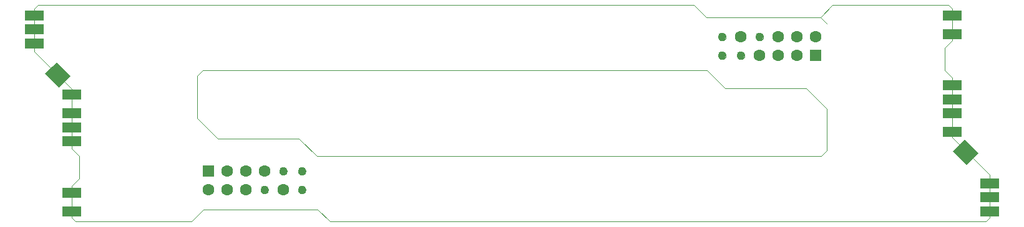
<source format=gbs>
G04 EAGLE Gerber X2 export*
%TF.Part,Single*%
%TF.FileFunction,Other,solder mask bottom*%
%TF.FilePolarity,Positive*%
%TF.GenerationSoftware,Autodesk,EAGLE,9.5.2*%
%TF.CreationDate,2020-03-22T18:46:16Z*%
G75*
%MOMM*%
%FSLAX34Y34*%
%LPD*%
%INsolder mask bottom*%
%AMOC8*
5,1,8,0,0,1.08239X$1,22.5*%
G01*
%ADD10C,0.000000*%
%ADD11R,2.641600X1.371600*%
%ADD12R,1.371600X2.641600*%
%ADD13R,1.601600X1.601600*%
%ADD14C,1.601600*%
%ADD15C,1.101600*%


D10*
X0Y232410D02*
X50800Y181610D01*
X50800Y100330D01*
X60960Y90170D01*
X60960Y59690D01*
X50800Y49530D01*
X50800Y6350D01*
X55880Y1270D01*
X213360Y1270D01*
X0Y232410D02*
X0Y290830D01*
X5080Y295910D01*
X220980Y199390D02*
X220980Y142240D01*
X220980Y199390D02*
X228600Y207010D01*
X913130Y207010D01*
X895350Y295910D02*
X5080Y295910D01*
X913130Y207010D02*
X937260Y182880D01*
X1047750Y182880D01*
X911860Y279400D02*
X895350Y295910D01*
X911860Y279400D02*
X1066800Y279400D01*
X1075690Y270510D01*
X1245870Y115570D02*
X1296670Y64770D01*
X1245870Y115570D02*
X1245870Y196850D01*
X1235710Y207010D01*
X1235710Y237490D01*
X1245870Y247650D01*
X1245870Y290830D01*
X1240790Y295910D01*
X1083310Y295910D01*
X1296670Y64770D02*
X1296670Y6350D01*
X1291590Y1270D01*
X1075690Y97790D02*
X1075690Y154940D01*
X1075690Y97790D02*
X1068070Y90170D01*
X383540Y90170D01*
X401320Y1270D02*
X1291590Y1270D01*
X383540Y90170D02*
X359410Y114300D01*
X248920Y114300D01*
X384810Y17780D02*
X401320Y1270D01*
X384810Y17780D02*
X229870Y17780D01*
X1066800Y279400D02*
X1083310Y295910D01*
X1047750Y182880D02*
X1075690Y154940D01*
X248920Y114300D02*
X220980Y142240D01*
X229870Y17780D02*
X213360Y1270D01*
D11*
X50800Y173990D03*
X50800Y148590D03*
X50800Y129540D03*
X50800Y110490D03*
X50800Y40640D03*
X50800Y15240D03*
D12*
G36*
X15022Y202610D02*
X24720Y212308D01*
X43398Y193630D01*
X33700Y183932D01*
X15022Y202610D01*
G37*
G36*
X21372Y208960D02*
X31070Y218658D01*
X49748Y199980D01*
X40050Y190282D01*
X21372Y208960D01*
G37*
D13*
X1060450Y227330D03*
D14*
X1060450Y252730D03*
X1035050Y227330D03*
X1035050Y252730D03*
X1009650Y227330D03*
X1009650Y252730D03*
X958850Y252730D03*
D10*
X953850Y227330D02*
X953852Y227471D01*
X953858Y227612D01*
X953868Y227752D01*
X953882Y227892D01*
X953900Y228032D01*
X953921Y228171D01*
X953947Y228310D01*
X953976Y228448D01*
X954010Y228584D01*
X954047Y228720D01*
X954088Y228855D01*
X954133Y228989D01*
X954182Y229121D01*
X954234Y229252D01*
X954290Y229381D01*
X954350Y229508D01*
X954413Y229634D01*
X954479Y229758D01*
X954550Y229881D01*
X954623Y230001D01*
X954700Y230119D01*
X954780Y230235D01*
X954864Y230348D01*
X954950Y230459D01*
X955040Y230568D01*
X955133Y230674D01*
X955228Y230777D01*
X955327Y230878D01*
X955428Y230976D01*
X955532Y231071D01*
X955639Y231163D01*
X955748Y231252D01*
X955860Y231337D01*
X955974Y231420D01*
X956090Y231500D01*
X956209Y231576D01*
X956330Y231648D01*
X956452Y231718D01*
X956577Y231783D01*
X956703Y231846D01*
X956831Y231904D01*
X956961Y231959D01*
X957092Y232011D01*
X957225Y232058D01*
X957359Y232102D01*
X957494Y232143D01*
X957630Y232179D01*
X957767Y232211D01*
X957905Y232240D01*
X958043Y232265D01*
X958183Y232285D01*
X958323Y232302D01*
X958463Y232315D01*
X958604Y232324D01*
X958744Y232329D01*
X958885Y232330D01*
X959026Y232327D01*
X959167Y232320D01*
X959307Y232309D01*
X959447Y232294D01*
X959587Y232275D01*
X959726Y232253D01*
X959864Y232226D01*
X960002Y232196D01*
X960138Y232161D01*
X960274Y232123D01*
X960408Y232081D01*
X960542Y232035D01*
X960674Y231986D01*
X960804Y231932D01*
X960933Y231875D01*
X961060Y231815D01*
X961186Y231751D01*
X961309Y231683D01*
X961431Y231612D01*
X961551Y231538D01*
X961668Y231460D01*
X961783Y231379D01*
X961896Y231295D01*
X962007Y231208D01*
X962115Y231117D01*
X962220Y231024D01*
X962323Y230927D01*
X962423Y230828D01*
X962520Y230726D01*
X962614Y230621D01*
X962705Y230514D01*
X962793Y230404D01*
X962878Y230292D01*
X962960Y230177D01*
X963039Y230060D01*
X963114Y229941D01*
X963186Y229820D01*
X963254Y229697D01*
X963319Y229572D01*
X963381Y229445D01*
X963438Y229316D01*
X963493Y229186D01*
X963543Y229055D01*
X963590Y228922D01*
X963633Y228788D01*
X963672Y228652D01*
X963707Y228516D01*
X963739Y228379D01*
X963766Y228241D01*
X963790Y228102D01*
X963810Y227962D01*
X963826Y227822D01*
X963838Y227682D01*
X963846Y227541D01*
X963850Y227400D01*
X963850Y227260D01*
X963846Y227119D01*
X963838Y226978D01*
X963826Y226838D01*
X963810Y226698D01*
X963790Y226558D01*
X963766Y226419D01*
X963739Y226281D01*
X963707Y226144D01*
X963672Y226008D01*
X963633Y225872D01*
X963590Y225738D01*
X963543Y225605D01*
X963493Y225474D01*
X963438Y225344D01*
X963381Y225215D01*
X963319Y225088D01*
X963254Y224963D01*
X963186Y224840D01*
X963114Y224719D01*
X963039Y224600D01*
X962960Y224483D01*
X962878Y224368D01*
X962793Y224256D01*
X962705Y224146D01*
X962614Y224039D01*
X962520Y223934D01*
X962423Y223832D01*
X962323Y223733D01*
X962220Y223636D01*
X962115Y223543D01*
X962007Y223452D01*
X961896Y223365D01*
X961783Y223281D01*
X961668Y223200D01*
X961551Y223122D01*
X961431Y223048D01*
X961309Y222977D01*
X961186Y222909D01*
X961060Y222845D01*
X960933Y222785D01*
X960804Y222728D01*
X960674Y222674D01*
X960542Y222625D01*
X960408Y222579D01*
X960274Y222537D01*
X960138Y222499D01*
X960002Y222464D01*
X959864Y222434D01*
X959726Y222407D01*
X959587Y222385D01*
X959447Y222366D01*
X959307Y222351D01*
X959167Y222340D01*
X959026Y222333D01*
X958885Y222330D01*
X958744Y222331D01*
X958604Y222336D01*
X958463Y222345D01*
X958323Y222358D01*
X958183Y222375D01*
X958043Y222395D01*
X957905Y222420D01*
X957767Y222449D01*
X957630Y222481D01*
X957494Y222517D01*
X957359Y222558D01*
X957225Y222602D01*
X957092Y222649D01*
X956961Y222701D01*
X956831Y222756D01*
X956703Y222814D01*
X956577Y222877D01*
X956452Y222942D01*
X956330Y223012D01*
X956209Y223084D01*
X956090Y223160D01*
X955974Y223240D01*
X955860Y223323D01*
X955748Y223408D01*
X955639Y223497D01*
X955532Y223589D01*
X955428Y223684D01*
X955327Y223782D01*
X955228Y223883D01*
X955133Y223986D01*
X955040Y224092D01*
X954950Y224201D01*
X954864Y224312D01*
X954780Y224425D01*
X954700Y224541D01*
X954623Y224659D01*
X954550Y224779D01*
X954479Y224902D01*
X954413Y225026D01*
X954350Y225152D01*
X954290Y225279D01*
X954234Y225408D01*
X954182Y225539D01*
X954133Y225671D01*
X954088Y225805D01*
X954047Y225940D01*
X954010Y226076D01*
X953976Y226212D01*
X953947Y226350D01*
X953921Y226489D01*
X953900Y226628D01*
X953882Y226768D01*
X953868Y226908D01*
X953858Y227048D01*
X953852Y227189D01*
X953850Y227330D01*
D15*
X958850Y227330D03*
D10*
X928450Y227330D02*
X928452Y227471D01*
X928458Y227612D01*
X928468Y227752D01*
X928482Y227892D01*
X928500Y228032D01*
X928521Y228171D01*
X928547Y228310D01*
X928576Y228448D01*
X928610Y228584D01*
X928647Y228720D01*
X928688Y228855D01*
X928733Y228989D01*
X928782Y229121D01*
X928834Y229252D01*
X928890Y229381D01*
X928950Y229508D01*
X929013Y229634D01*
X929079Y229758D01*
X929150Y229881D01*
X929223Y230001D01*
X929300Y230119D01*
X929380Y230235D01*
X929464Y230348D01*
X929550Y230459D01*
X929640Y230568D01*
X929733Y230674D01*
X929828Y230777D01*
X929927Y230878D01*
X930028Y230976D01*
X930132Y231071D01*
X930239Y231163D01*
X930348Y231252D01*
X930460Y231337D01*
X930574Y231420D01*
X930690Y231500D01*
X930809Y231576D01*
X930930Y231648D01*
X931052Y231718D01*
X931177Y231783D01*
X931303Y231846D01*
X931431Y231904D01*
X931561Y231959D01*
X931692Y232011D01*
X931825Y232058D01*
X931959Y232102D01*
X932094Y232143D01*
X932230Y232179D01*
X932367Y232211D01*
X932505Y232240D01*
X932643Y232265D01*
X932783Y232285D01*
X932923Y232302D01*
X933063Y232315D01*
X933204Y232324D01*
X933344Y232329D01*
X933485Y232330D01*
X933626Y232327D01*
X933767Y232320D01*
X933907Y232309D01*
X934047Y232294D01*
X934187Y232275D01*
X934326Y232253D01*
X934464Y232226D01*
X934602Y232196D01*
X934738Y232161D01*
X934874Y232123D01*
X935008Y232081D01*
X935142Y232035D01*
X935274Y231986D01*
X935404Y231932D01*
X935533Y231875D01*
X935660Y231815D01*
X935786Y231751D01*
X935909Y231683D01*
X936031Y231612D01*
X936151Y231538D01*
X936268Y231460D01*
X936383Y231379D01*
X936496Y231295D01*
X936607Y231208D01*
X936715Y231117D01*
X936820Y231024D01*
X936923Y230927D01*
X937023Y230828D01*
X937120Y230726D01*
X937214Y230621D01*
X937305Y230514D01*
X937393Y230404D01*
X937478Y230292D01*
X937560Y230177D01*
X937639Y230060D01*
X937714Y229941D01*
X937786Y229820D01*
X937854Y229697D01*
X937919Y229572D01*
X937981Y229445D01*
X938038Y229316D01*
X938093Y229186D01*
X938143Y229055D01*
X938190Y228922D01*
X938233Y228788D01*
X938272Y228652D01*
X938307Y228516D01*
X938339Y228379D01*
X938366Y228241D01*
X938390Y228102D01*
X938410Y227962D01*
X938426Y227822D01*
X938438Y227682D01*
X938446Y227541D01*
X938450Y227400D01*
X938450Y227260D01*
X938446Y227119D01*
X938438Y226978D01*
X938426Y226838D01*
X938410Y226698D01*
X938390Y226558D01*
X938366Y226419D01*
X938339Y226281D01*
X938307Y226144D01*
X938272Y226008D01*
X938233Y225872D01*
X938190Y225738D01*
X938143Y225605D01*
X938093Y225474D01*
X938038Y225344D01*
X937981Y225215D01*
X937919Y225088D01*
X937854Y224963D01*
X937786Y224840D01*
X937714Y224719D01*
X937639Y224600D01*
X937560Y224483D01*
X937478Y224368D01*
X937393Y224256D01*
X937305Y224146D01*
X937214Y224039D01*
X937120Y223934D01*
X937023Y223832D01*
X936923Y223733D01*
X936820Y223636D01*
X936715Y223543D01*
X936607Y223452D01*
X936496Y223365D01*
X936383Y223281D01*
X936268Y223200D01*
X936151Y223122D01*
X936031Y223048D01*
X935909Y222977D01*
X935786Y222909D01*
X935660Y222845D01*
X935533Y222785D01*
X935404Y222728D01*
X935274Y222674D01*
X935142Y222625D01*
X935008Y222579D01*
X934874Y222537D01*
X934738Y222499D01*
X934602Y222464D01*
X934464Y222434D01*
X934326Y222407D01*
X934187Y222385D01*
X934047Y222366D01*
X933907Y222351D01*
X933767Y222340D01*
X933626Y222333D01*
X933485Y222330D01*
X933344Y222331D01*
X933204Y222336D01*
X933063Y222345D01*
X932923Y222358D01*
X932783Y222375D01*
X932643Y222395D01*
X932505Y222420D01*
X932367Y222449D01*
X932230Y222481D01*
X932094Y222517D01*
X931959Y222558D01*
X931825Y222602D01*
X931692Y222649D01*
X931561Y222701D01*
X931431Y222756D01*
X931303Y222814D01*
X931177Y222877D01*
X931052Y222942D01*
X930930Y223012D01*
X930809Y223084D01*
X930690Y223160D01*
X930574Y223240D01*
X930460Y223323D01*
X930348Y223408D01*
X930239Y223497D01*
X930132Y223589D01*
X930028Y223684D01*
X929927Y223782D01*
X929828Y223883D01*
X929733Y223986D01*
X929640Y224092D01*
X929550Y224201D01*
X929464Y224312D01*
X929380Y224425D01*
X929300Y224541D01*
X929223Y224659D01*
X929150Y224779D01*
X929079Y224902D01*
X929013Y225026D01*
X928950Y225152D01*
X928890Y225279D01*
X928834Y225408D01*
X928782Y225539D01*
X928733Y225671D01*
X928688Y225805D01*
X928647Y225940D01*
X928610Y226076D01*
X928576Y226212D01*
X928547Y226350D01*
X928521Y226489D01*
X928500Y226628D01*
X928482Y226768D01*
X928468Y226908D01*
X928458Y227048D01*
X928452Y227189D01*
X928450Y227330D01*
D15*
X933450Y227330D03*
D10*
X928450Y252730D02*
X928452Y252871D01*
X928458Y253012D01*
X928468Y253152D01*
X928482Y253292D01*
X928500Y253432D01*
X928521Y253571D01*
X928547Y253710D01*
X928576Y253848D01*
X928610Y253984D01*
X928647Y254120D01*
X928688Y254255D01*
X928733Y254389D01*
X928782Y254521D01*
X928834Y254652D01*
X928890Y254781D01*
X928950Y254908D01*
X929013Y255034D01*
X929079Y255158D01*
X929150Y255281D01*
X929223Y255401D01*
X929300Y255519D01*
X929380Y255635D01*
X929464Y255748D01*
X929550Y255859D01*
X929640Y255968D01*
X929733Y256074D01*
X929828Y256177D01*
X929927Y256278D01*
X930028Y256376D01*
X930132Y256471D01*
X930239Y256563D01*
X930348Y256652D01*
X930460Y256737D01*
X930574Y256820D01*
X930690Y256900D01*
X930809Y256976D01*
X930930Y257048D01*
X931052Y257118D01*
X931177Y257183D01*
X931303Y257246D01*
X931431Y257304D01*
X931561Y257359D01*
X931692Y257411D01*
X931825Y257458D01*
X931959Y257502D01*
X932094Y257543D01*
X932230Y257579D01*
X932367Y257611D01*
X932505Y257640D01*
X932643Y257665D01*
X932783Y257685D01*
X932923Y257702D01*
X933063Y257715D01*
X933204Y257724D01*
X933344Y257729D01*
X933485Y257730D01*
X933626Y257727D01*
X933767Y257720D01*
X933907Y257709D01*
X934047Y257694D01*
X934187Y257675D01*
X934326Y257653D01*
X934464Y257626D01*
X934602Y257596D01*
X934738Y257561D01*
X934874Y257523D01*
X935008Y257481D01*
X935142Y257435D01*
X935274Y257386D01*
X935404Y257332D01*
X935533Y257275D01*
X935660Y257215D01*
X935786Y257151D01*
X935909Y257083D01*
X936031Y257012D01*
X936151Y256938D01*
X936268Y256860D01*
X936383Y256779D01*
X936496Y256695D01*
X936607Y256608D01*
X936715Y256517D01*
X936820Y256424D01*
X936923Y256327D01*
X937023Y256228D01*
X937120Y256126D01*
X937214Y256021D01*
X937305Y255914D01*
X937393Y255804D01*
X937478Y255692D01*
X937560Y255577D01*
X937639Y255460D01*
X937714Y255341D01*
X937786Y255220D01*
X937854Y255097D01*
X937919Y254972D01*
X937981Y254845D01*
X938038Y254716D01*
X938093Y254586D01*
X938143Y254455D01*
X938190Y254322D01*
X938233Y254188D01*
X938272Y254052D01*
X938307Y253916D01*
X938339Y253779D01*
X938366Y253641D01*
X938390Y253502D01*
X938410Y253362D01*
X938426Y253222D01*
X938438Y253082D01*
X938446Y252941D01*
X938450Y252800D01*
X938450Y252660D01*
X938446Y252519D01*
X938438Y252378D01*
X938426Y252238D01*
X938410Y252098D01*
X938390Y251958D01*
X938366Y251819D01*
X938339Y251681D01*
X938307Y251544D01*
X938272Y251408D01*
X938233Y251272D01*
X938190Y251138D01*
X938143Y251005D01*
X938093Y250874D01*
X938038Y250744D01*
X937981Y250615D01*
X937919Y250488D01*
X937854Y250363D01*
X937786Y250240D01*
X937714Y250119D01*
X937639Y250000D01*
X937560Y249883D01*
X937478Y249768D01*
X937393Y249656D01*
X937305Y249546D01*
X937214Y249439D01*
X937120Y249334D01*
X937023Y249232D01*
X936923Y249133D01*
X936820Y249036D01*
X936715Y248943D01*
X936607Y248852D01*
X936496Y248765D01*
X936383Y248681D01*
X936268Y248600D01*
X936151Y248522D01*
X936031Y248448D01*
X935909Y248377D01*
X935786Y248309D01*
X935660Y248245D01*
X935533Y248185D01*
X935404Y248128D01*
X935274Y248074D01*
X935142Y248025D01*
X935008Y247979D01*
X934874Y247937D01*
X934738Y247899D01*
X934602Y247864D01*
X934464Y247834D01*
X934326Y247807D01*
X934187Y247785D01*
X934047Y247766D01*
X933907Y247751D01*
X933767Y247740D01*
X933626Y247733D01*
X933485Y247730D01*
X933344Y247731D01*
X933204Y247736D01*
X933063Y247745D01*
X932923Y247758D01*
X932783Y247775D01*
X932643Y247795D01*
X932505Y247820D01*
X932367Y247849D01*
X932230Y247881D01*
X932094Y247917D01*
X931959Y247958D01*
X931825Y248002D01*
X931692Y248049D01*
X931561Y248101D01*
X931431Y248156D01*
X931303Y248214D01*
X931177Y248277D01*
X931052Y248342D01*
X930930Y248412D01*
X930809Y248484D01*
X930690Y248560D01*
X930574Y248640D01*
X930460Y248723D01*
X930348Y248808D01*
X930239Y248897D01*
X930132Y248989D01*
X930028Y249084D01*
X929927Y249182D01*
X929828Y249283D01*
X929733Y249386D01*
X929640Y249492D01*
X929550Y249601D01*
X929464Y249712D01*
X929380Y249825D01*
X929300Y249941D01*
X929223Y250059D01*
X929150Y250179D01*
X929079Y250302D01*
X929013Y250426D01*
X928950Y250552D01*
X928890Y250679D01*
X928834Y250808D01*
X928782Y250939D01*
X928733Y251071D01*
X928688Y251205D01*
X928647Y251340D01*
X928610Y251476D01*
X928576Y251612D01*
X928547Y251750D01*
X928521Y251889D01*
X928500Y252028D01*
X928482Y252168D01*
X928468Y252308D01*
X928458Y252448D01*
X928452Y252589D01*
X928450Y252730D01*
D15*
X933450Y252730D03*
D14*
X984250Y227330D03*
D10*
X979250Y252730D02*
X979252Y252871D01*
X979258Y253012D01*
X979268Y253152D01*
X979282Y253292D01*
X979300Y253432D01*
X979321Y253571D01*
X979347Y253710D01*
X979376Y253848D01*
X979410Y253984D01*
X979447Y254120D01*
X979488Y254255D01*
X979533Y254389D01*
X979582Y254521D01*
X979634Y254652D01*
X979690Y254781D01*
X979750Y254908D01*
X979813Y255034D01*
X979879Y255158D01*
X979950Y255281D01*
X980023Y255401D01*
X980100Y255519D01*
X980180Y255635D01*
X980264Y255748D01*
X980350Y255859D01*
X980440Y255968D01*
X980533Y256074D01*
X980628Y256177D01*
X980727Y256278D01*
X980828Y256376D01*
X980932Y256471D01*
X981039Y256563D01*
X981148Y256652D01*
X981260Y256737D01*
X981374Y256820D01*
X981490Y256900D01*
X981609Y256976D01*
X981730Y257048D01*
X981852Y257118D01*
X981977Y257183D01*
X982103Y257246D01*
X982231Y257304D01*
X982361Y257359D01*
X982492Y257411D01*
X982625Y257458D01*
X982759Y257502D01*
X982894Y257543D01*
X983030Y257579D01*
X983167Y257611D01*
X983305Y257640D01*
X983443Y257665D01*
X983583Y257685D01*
X983723Y257702D01*
X983863Y257715D01*
X984004Y257724D01*
X984144Y257729D01*
X984285Y257730D01*
X984426Y257727D01*
X984567Y257720D01*
X984707Y257709D01*
X984847Y257694D01*
X984987Y257675D01*
X985126Y257653D01*
X985264Y257626D01*
X985402Y257596D01*
X985538Y257561D01*
X985674Y257523D01*
X985808Y257481D01*
X985942Y257435D01*
X986074Y257386D01*
X986204Y257332D01*
X986333Y257275D01*
X986460Y257215D01*
X986586Y257151D01*
X986709Y257083D01*
X986831Y257012D01*
X986951Y256938D01*
X987068Y256860D01*
X987183Y256779D01*
X987296Y256695D01*
X987407Y256608D01*
X987515Y256517D01*
X987620Y256424D01*
X987723Y256327D01*
X987823Y256228D01*
X987920Y256126D01*
X988014Y256021D01*
X988105Y255914D01*
X988193Y255804D01*
X988278Y255692D01*
X988360Y255577D01*
X988439Y255460D01*
X988514Y255341D01*
X988586Y255220D01*
X988654Y255097D01*
X988719Y254972D01*
X988781Y254845D01*
X988838Y254716D01*
X988893Y254586D01*
X988943Y254455D01*
X988990Y254322D01*
X989033Y254188D01*
X989072Y254052D01*
X989107Y253916D01*
X989139Y253779D01*
X989166Y253641D01*
X989190Y253502D01*
X989210Y253362D01*
X989226Y253222D01*
X989238Y253082D01*
X989246Y252941D01*
X989250Y252800D01*
X989250Y252660D01*
X989246Y252519D01*
X989238Y252378D01*
X989226Y252238D01*
X989210Y252098D01*
X989190Y251958D01*
X989166Y251819D01*
X989139Y251681D01*
X989107Y251544D01*
X989072Y251408D01*
X989033Y251272D01*
X988990Y251138D01*
X988943Y251005D01*
X988893Y250874D01*
X988838Y250744D01*
X988781Y250615D01*
X988719Y250488D01*
X988654Y250363D01*
X988586Y250240D01*
X988514Y250119D01*
X988439Y250000D01*
X988360Y249883D01*
X988278Y249768D01*
X988193Y249656D01*
X988105Y249546D01*
X988014Y249439D01*
X987920Y249334D01*
X987823Y249232D01*
X987723Y249133D01*
X987620Y249036D01*
X987515Y248943D01*
X987407Y248852D01*
X987296Y248765D01*
X987183Y248681D01*
X987068Y248600D01*
X986951Y248522D01*
X986831Y248448D01*
X986709Y248377D01*
X986586Y248309D01*
X986460Y248245D01*
X986333Y248185D01*
X986204Y248128D01*
X986074Y248074D01*
X985942Y248025D01*
X985808Y247979D01*
X985674Y247937D01*
X985538Y247899D01*
X985402Y247864D01*
X985264Y247834D01*
X985126Y247807D01*
X984987Y247785D01*
X984847Y247766D01*
X984707Y247751D01*
X984567Y247740D01*
X984426Y247733D01*
X984285Y247730D01*
X984144Y247731D01*
X984004Y247736D01*
X983863Y247745D01*
X983723Y247758D01*
X983583Y247775D01*
X983443Y247795D01*
X983305Y247820D01*
X983167Y247849D01*
X983030Y247881D01*
X982894Y247917D01*
X982759Y247958D01*
X982625Y248002D01*
X982492Y248049D01*
X982361Y248101D01*
X982231Y248156D01*
X982103Y248214D01*
X981977Y248277D01*
X981852Y248342D01*
X981730Y248412D01*
X981609Y248484D01*
X981490Y248560D01*
X981374Y248640D01*
X981260Y248723D01*
X981148Y248808D01*
X981039Y248897D01*
X980932Y248989D01*
X980828Y249084D01*
X980727Y249182D01*
X980628Y249283D01*
X980533Y249386D01*
X980440Y249492D01*
X980350Y249601D01*
X980264Y249712D01*
X980180Y249825D01*
X980100Y249941D01*
X980023Y250059D01*
X979950Y250179D01*
X979879Y250302D01*
X979813Y250426D01*
X979750Y250552D01*
X979690Y250679D01*
X979634Y250808D01*
X979582Y250939D01*
X979533Y251071D01*
X979488Y251205D01*
X979447Y251340D01*
X979410Y251476D01*
X979376Y251612D01*
X979347Y251750D01*
X979321Y251889D01*
X979300Y252028D01*
X979282Y252168D01*
X979268Y252308D01*
X979258Y252448D01*
X979252Y252589D01*
X979250Y252730D01*
D15*
X984250Y252730D03*
D11*
X0Y281940D03*
X0Y262890D03*
X0Y243840D03*
X1245870Y123190D03*
X1245870Y148590D03*
X1245870Y167640D03*
X1245870Y186690D03*
X1245870Y256540D03*
X1245870Y281940D03*
D12*
G36*
X1281648Y94570D02*
X1271950Y84872D01*
X1253272Y103550D01*
X1262970Y113248D01*
X1281648Y94570D01*
G37*
G36*
X1275298Y88220D02*
X1265600Y78522D01*
X1246922Y97200D01*
X1256620Y106898D01*
X1275298Y88220D01*
G37*
D13*
X236220Y69850D03*
D14*
X236220Y44450D03*
X261620Y69850D03*
X261620Y44450D03*
X287020Y69850D03*
X287020Y44450D03*
X337820Y44450D03*
D10*
X332820Y69850D02*
X332822Y69991D01*
X332828Y70132D01*
X332838Y70272D01*
X332852Y70412D01*
X332870Y70552D01*
X332891Y70691D01*
X332917Y70830D01*
X332946Y70968D01*
X332980Y71104D01*
X333017Y71240D01*
X333058Y71375D01*
X333103Y71509D01*
X333152Y71641D01*
X333204Y71772D01*
X333260Y71901D01*
X333320Y72028D01*
X333383Y72154D01*
X333449Y72278D01*
X333520Y72401D01*
X333593Y72521D01*
X333670Y72639D01*
X333750Y72755D01*
X333834Y72868D01*
X333920Y72979D01*
X334010Y73088D01*
X334103Y73194D01*
X334198Y73297D01*
X334297Y73398D01*
X334398Y73496D01*
X334502Y73591D01*
X334609Y73683D01*
X334718Y73772D01*
X334830Y73857D01*
X334944Y73940D01*
X335060Y74020D01*
X335179Y74096D01*
X335300Y74168D01*
X335422Y74238D01*
X335547Y74303D01*
X335673Y74366D01*
X335801Y74424D01*
X335931Y74479D01*
X336062Y74531D01*
X336195Y74578D01*
X336329Y74622D01*
X336464Y74663D01*
X336600Y74699D01*
X336737Y74731D01*
X336875Y74760D01*
X337013Y74785D01*
X337153Y74805D01*
X337293Y74822D01*
X337433Y74835D01*
X337574Y74844D01*
X337714Y74849D01*
X337855Y74850D01*
X337996Y74847D01*
X338137Y74840D01*
X338277Y74829D01*
X338417Y74814D01*
X338557Y74795D01*
X338696Y74773D01*
X338834Y74746D01*
X338972Y74716D01*
X339108Y74681D01*
X339244Y74643D01*
X339378Y74601D01*
X339512Y74555D01*
X339644Y74506D01*
X339774Y74452D01*
X339903Y74395D01*
X340030Y74335D01*
X340156Y74271D01*
X340279Y74203D01*
X340401Y74132D01*
X340521Y74058D01*
X340638Y73980D01*
X340753Y73899D01*
X340866Y73815D01*
X340977Y73728D01*
X341085Y73637D01*
X341190Y73544D01*
X341293Y73447D01*
X341393Y73348D01*
X341490Y73246D01*
X341584Y73141D01*
X341675Y73034D01*
X341763Y72924D01*
X341848Y72812D01*
X341930Y72697D01*
X342009Y72580D01*
X342084Y72461D01*
X342156Y72340D01*
X342224Y72217D01*
X342289Y72092D01*
X342351Y71965D01*
X342408Y71836D01*
X342463Y71706D01*
X342513Y71575D01*
X342560Y71442D01*
X342603Y71308D01*
X342642Y71172D01*
X342677Y71036D01*
X342709Y70899D01*
X342736Y70761D01*
X342760Y70622D01*
X342780Y70482D01*
X342796Y70342D01*
X342808Y70202D01*
X342816Y70061D01*
X342820Y69920D01*
X342820Y69780D01*
X342816Y69639D01*
X342808Y69498D01*
X342796Y69358D01*
X342780Y69218D01*
X342760Y69078D01*
X342736Y68939D01*
X342709Y68801D01*
X342677Y68664D01*
X342642Y68528D01*
X342603Y68392D01*
X342560Y68258D01*
X342513Y68125D01*
X342463Y67994D01*
X342408Y67864D01*
X342351Y67735D01*
X342289Y67608D01*
X342224Y67483D01*
X342156Y67360D01*
X342084Y67239D01*
X342009Y67120D01*
X341930Y67003D01*
X341848Y66888D01*
X341763Y66776D01*
X341675Y66666D01*
X341584Y66559D01*
X341490Y66454D01*
X341393Y66352D01*
X341293Y66253D01*
X341190Y66156D01*
X341085Y66063D01*
X340977Y65972D01*
X340866Y65885D01*
X340753Y65801D01*
X340638Y65720D01*
X340521Y65642D01*
X340401Y65568D01*
X340279Y65497D01*
X340156Y65429D01*
X340030Y65365D01*
X339903Y65305D01*
X339774Y65248D01*
X339644Y65194D01*
X339512Y65145D01*
X339378Y65099D01*
X339244Y65057D01*
X339108Y65019D01*
X338972Y64984D01*
X338834Y64954D01*
X338696Y64927D01*
X338557Y64905D01*
X338417Y64886D01*
X338277Y64871D01*
X338137Y64860D01*
X337996Y64853D01*
X337855Y64850D01*
X337714Y64851D01*
X337574Y64856D01*
X337433Y64865D01*
X337293Y64878D01*
X337153Y64895D01*
X337013Y64915D01*
X336875Y64940D01*
X336737Y64969D01*
X336600Y65001D01*
X336464Y65037D01*
X336329Y65078D01*
X336195Y65122D01*
X336062Y65169D01*
X335931Y65221D01*
X335801Y65276D01*
X335673Y65334D01*
X335547Y65397D01*
X335422Y65462D01*
X335300Y65532D01*
X335179Y65604D01*
X335060Y65680D01*
X334944Y65760D01*
X334830Y65843D01*
X334718Y65928D01*
X334609Y66017D01*
X334502Y66109D01*
X334398Y66204D01*
X334297Y66302D01*
X334198Y66403D01*
X334103Y66506D01*
X334010Y66612D01*
X333920Y66721D01*
X333834Y66832D01*
X333750Y66945D01*
X333670Y67061D01*
X333593Y67179D01*
X333520Y67299D01*
X333449Y67422D01*
X333383Y67546D01*
X333320Y67672D01*
X333260Y67799D01*
X333204Y67928D01*
X333152Y68059D01*
X333103Y68191D01*
X333058Y68325D01*
X333017Y68460D01*
X332980Y68596D01*
X332946Y68732D01*
X332917Y68870D01*
X332891Y69009D01*
X332870Y69148D01*
X332852Y69288D01*
X332838Y69428D01*
X332828Y69568D01*
X332822Y69709D01*
X332820Y69850D01*
D15*
X337820Y69850D03*
D10*
X358220Y69850D02*
X358222Y69991D01*
X358228Y70132D01*
X358238Y70272D01*
X358252Y70412D01*
X358270Y70552D01*
X358291Y70691D01*
X358317Y70830D01*
X358346Y70968D01*
X358380Y71104D01*
X358417Y71240D01*
X358458Y71375D01*
X358503Y71509D01*
X358552Y71641D01*
X358604Y71772D01*
X358660Y71901D01*
X358720Y72028D01*
X358783Y72154D01*
X358849Y72278D01*
X358920Y72401D01*
X358993Y72521D01*
X359070Y72639D01*
X359150Y72755D01*
X359234Y72868D01*
X359320Y72979D01*
X359410Y73088D01*
X359503Y73194D01*
X359598Y73297D01*
X359697Y73398D01*
X359798Y73496D01*
X359902Y73591D01*
X360009Y73683D01*
X360118Y73772D01*
X360230Y73857D01*
X360344Y73940D01*
X360460Y74020D01*
X360579Y74096D01*
X360700Y74168D01*
X360822Y74238D01*
X360947Y74303D01*
X361073Y74366D01*
X361201Y74424D01*
X361331Y74479D01*
X361462Y74531D01*
X361595Y74578D01*
X361729Y74622D01*
X361864Y74663D01*
X362000Y74699D01*
X362137Y74731D01*
X362275Y74760D01*
X362413Y74785D01*
X362553Y74805D01*
X362693Y74822D01*
X362833Y74835D01*
X362974Y74844D01*
X363114Y74849D01*
X363255Y74850D01*
X363396Y74847D01*
X363537Y74840D01*
X363677Y74829D01*
X363817Y74814D01*
X363957Y74795D01*
X364096Y74773D01*
X364234Y74746D01*
X364372Y74716D01*
X364508Y74681D01*
X364644Y74643D01*
X364778Y74601D01*
X364912Y74555D01*
X365044Y74506D01*
X365174Y74452D01*
X365303Y74395D01*
X365430Y74335D01*
X365556Y74271D01*
X365679Y74203D01*
X365801Y74132D01*
X365921Y74058D01*
X366038Y73980D01*
X366153Y73899D01*
X366266Y73815D01*
X366377Y73728D01*
X366485Y73637D01*
X366590Y73544D01*
X366693Y73447D01*
X366793Y73348D01*
X366890Y73246D01*
X366984Y73141D01*
X367075Y73034D01*
X367163Y72924D01*
X367248Y72812D01*
X367330Y72697D01*
X367409Y72580D01*
X367484Y72461D01*
X367556Y72340D01*
X367624Y72217D01*
X367689Y72092D01*
X367751Y71965D01*
X367808Y71836D01*
X367863Y71706D01*
X367913Y71575D01*
X367960Y71442D01*
X368003Y71308D01*
X368042Y71172D01*
X368077Y71036D01*
X368109Y70899D01*
X368136Y70761D01*
X368160Y70622D01*
X368180Y70482D01*
X368196Y70342D01*
X368208Y70202D01*
X368216Y70061D01*
X368220Y69920D01*
X368220Y69780D01*
X368216Y69639D01*
X368208Y69498D01*
X368196Y69358D01*
X368180Y69218D01*
X368160Y69078D01*
X368136Y68939D01*
X368109Y68801D01*
X368077Y68664D01*
X368042Y68528D01*
X368003Y68392D01*
X367960Y68258D01*
X367913Y68125D01*
X367863Y67994D01*
X367808Y67864D01*
X367751Y67735D01*
X367689Y67608D01*
X367624Y67483D01*
X367556Y67360D01*
X367484Y67239D01*
X367409Y67120D01*
X367330Y67003D01*
X367248Y66888D01*
X367163Y66776D01*
X367075Y66666D01*
X366984Y66559D01*
X366890Y66454D01*
X366793Y66352D01*
X366693Y66253D01*
X366590Y66156D01*
X366485Y66063D01*
X366377Y65972D01*
X366266Y65885D01*
X366153Y65801D01*
X366038Y65720D01*
X365921Y65642D01*
X365801Y65568D01*
X365679Y65497D01*
X365556Y65429D01*
X365430Y65365D01*
X365303Y65305D01*
X365174Y65248D01*
X365044Y65194D01*
X364912Y65145D01*
X364778Y65099D01*
X364644Y65057D01*
X364508Y65019D01*
X364372Y64984D01*
X364234Y64954D01*
X364096Y64927D01*
X363957Y64905D01*
X363817Y64886D01*
X363677Y64871D01*
X363537Y64860D01*
X363396Y64853D01*
X363255Y64850D01*
X363114Y64851D01*
X362974Y64856D01*
X362833Y64865D01*
X362693Y64878D01*
X362553Y64895D01*
X362413Y64915D01*
X362275Y64940D01*
X362137Y64969D01*
X362000Y65001D01*
X361864Y65037D01*
X361729Y65078D01*
X361595Y65122D01*
X361462Y65169D01*
X361331Y65221D01*
X361201Y65276D01*
X361073Y65334D01*
X360947Y65397D01*
X360822Y65462D01*
X360700Y65532D01*
X360579Y65604D01*
X360460Y65680D01*
X360344Y65760D01*
X360230Y65843D01*
X360118Y65928D01*
X360009Y66017D01*
X359902Y66109D01*
X359798Y66204D01*
X359697Y66302D01*
X359598Y66403D01*
X359503Y66506D01*
X359410Y66612D01*
X359320Y66721D01*
X359234Y66832D01*
X359150Y66945D01*
X359070Y67061D01*
X358993Y67179D01*
X358920Y67299D01*
X358849Y67422D01*
X358783Y67546D01*
X358720Y67672D01*
X358660Y67799D01*
X358604Y67928D01*
X358552Y68059D01*
X358503Y68191D01*
X358458Y68325D01*
X358417Y68460D01*
X358380Y68596D01*
X358346Y68732D01*
X358317Y68870D01*
X358291Y69009D01*
X358270Y69148D01*
X358252Y69288D01*
X358238Y69428D01*
X358228Y69568D01*
X358222Y69709D01*
X358220Y69850D01*
D15*
X363220Y69850D03*
D10*
X358220Y44450D02*
X358222Y44591D01*
X358228Y44732D01*
X358238Y44872D01*
X358252Y45012D01*
X358270Y45152D01*
X358291Y45291D01*
X358317Y45430D01*
X358346Y45568D01*
X358380Y45704D01*
X358417Y45840D01*
X358458Y45975D01*
X358503Y46109D01*
X358552Y46241D01*
X358604Y46372D01*
X358660Y46501D01*
X358720Y46628D01*
X358783Y46754D01*
X358849Y46878D01*
X358920Y47001D01*
X358993Y47121D01*
X359070Y47239D01*
X359150Y47355D01*
X359234Y47468D01*
X359320Y47579D01*
X359410Y47688D01*
X359503Y47794D01*
X359598Y47897D01*
X359697Y47998D01*
X359798Y48096D01*
X359902Y48191D01*
X360009Y48283D01*
X360118Y48372D01*
X360230Y48457D01*
X360344Y48540D01*
X360460Y48620D01*
X360579Y48696D01*
X360700Y48768D01*
X360822Y48838D01*
X360947Y48903D01*
X361073Y48966D01*
X361201Y49024D01*
X361331Y49079D01*
X361462Y49131D01*
X361595Y49178D01*
X361729Y49222D01*
X361864Y49263D01*
X362000Y49299D01*
X362137Y49331D01*
X362275Y49360D01*
X362413Y49385D01*
X362553Y49405D01*
X362693Y49422D01*
X362833Y49435D01*
X362974Y49444D01*
X363114Y49449D01*
X363255Y49450D01*
X363396Y49447D01*
X363537Y49440D01*
X363677Y49429D01*
X363817Y49414D01*
X363957Y49395D01*
X364096Y49373D01*
X364234Y49346D01*
X364372Y49316D01*
X364508Y49281D01*
X364644Y49243D01*
X364778Y49201D01*
X364912Y49155D01*
X365044Y49106D01*
X365174Y49052D01*
X365303Y48995D01*
X365430Y48935D01*
X365556Y48871D01*
X365679Y48803D01*
X365801Y48732D01*
X365921Y48658D01*
X366038Y48580D01*
X366153Y48499D01*
X366266Y48415D01*
X366377Y48328D01*
X366485Y48237D01*
X366590Y48144D01*
X366693Y48047D01*
X366793Y47948D01*
X366890Y47846D01*
X366984Y47741D01*
X367075Y47634D01*
X367163Y47524D01*
X367248Y47412D01*
X367330Y47297D01*
X367409Y47180D01*
X367484Y47061D01*
X367556Y46940D01*
X367624Y46817D01*
X367689Y46692D01*
X367751Y46565D01*
X367808Y46436D01*
X367863Y46306D01*
X367913Y46175D01*
X367960Y46042D01*
X368003Y45908D01*
X368042Y45772D01*
X368077Y45636D01*
X368109Y45499D01*
X368136Y45361D01*
X368160Y45222D01*
X368180Y45082D01*
X368196Y44942D01*
X368208Y44802D01*
X368216Y44661D01*
X368220Y44520D01*
X368220Y44380D01*
X368216Y44239D01*
X368208Y44098D01*
X368196Y43958D01*
X368180Y43818D01*
X368160Y43678D01*
X368136Y43539D01*
X368109Y43401D01*
X368077Y43264D01*
X368042Y43128D01*
X368003Y42992D01*
X367960Y42858D01*
X367913Y42725D01*
X367863Y42594D01*
X367808Y42464D01*
X367751Y42335D01*
X367689Y42208D01*
X367624Y42083D01*
X367556Y41960D01*
X367484Y41839D01*
X367409Y41720D01*
X367330Y41603D01*
X367248Y41488D01*
X367163Y41376D01*
X367075Y41266D01*
X366984Y41159D01*
X366890Y41054D01*
X366793Y40952D01*
X366693Y40853D01*
X366590Y40756D01*
X366485Y40663D01*
X366377Y40572D01*
X366266Y40485D01*
X366153Y40401D01*
X366038Y40320D01*
X365921Y40242D01*
X365801Y40168D01*
X365679Y40097D01*
X365556Y40029D01*
X365430Y39965D01*
X365303Y39905D01*
X365174Y39848D01*
X365044Y39794D01*
X364912Y39745D01*
X364778Y39699D01*
X364644Y39657D01*
X364508Y39619D01*
X364372Y39584D01*
X364234Y39554D01*
X364096Y39527D01*
X363957Y39505D01*
X363817Y39486D01*
X363677Y39471D01*
X363537Y39460D01*
X363396Y39453D01*
X363255Y39450D01*
X363114Y39451D01*
X362974Y39456D01*
X362833Y39465D01*
X362693Y39478D01*
X362553Y39495D01*
X362413Y39515D01*
X362275Y39540D01*
X362137Y39569D01*
X362000Y39601D01*
X361864Y39637D01*
X361729Y39678D01*
X361595Y39722D01*
X361462Y39769D01*
X361331Y39821D01*
X361201Y39876D01*
X361073Y39934D01*
X360947Y39997D01*
X360822Y40062D01*
X360700Y40132D01*
X360579Y40204D01*
X360460Y40280D01*
X360344Y40360D01*
X360230Y40443D01*
X360118Y40528D01*
X360009Y40617D01*
X359902Y40709D01*
X359798Y40804D01*
X359697Y40902D01*
X359598Y41003D01*
X359503Y41106D01*
X359410Y41212D01*
X359320Y41321D01*
X359234Y41432D01*
X359150Y41545D01*
X359070Y41661D01*
X358993Y41779D01*
X358920Y41899D01*
X358849Y42022D01*
X358783Y42146D01*
X358720Y42272D01*
X358660Y42399D01*
X358604Y42528D01*
X358552Y42659D01*
X358503Y42791D01*
X358458Y42925D01*
X358417Y43060D01*
X358380Y43196D01*
X358346Y43332D01*
X358317Y43470D01*
X358291Y43609D01*
X358270Y43748D01*
X358252Y43888D01*
X358238Y44028D01*
X358228Y44168D01*
X358222Y44309D01*
X358220Y44450D01*
D15*
X363220Y44450D03*
D14*
X312420Y69850D03*
D10*
X307420Y44450D02*
X307422Y44591D01*
X307428Y44732D01*
X307438Y44872D01*
X307452Y45012D01*
X307470Y45152D01*
X307491Y45291D01*
X307517Y45430D01*
X307546Y45568D01*
X307580Y45704D01*
X307617Y45840D01*
X307658Y45975D01*
X307703Y46109D01*
X307752Y46241D01*
X307804Y46372D01*
X307860Y46501D01*
X307920Y46628D01*
X307983Y46754D01*
X308049Y46878D01*
X308120Y47001D01*
X308193Y47121D01*
X308270Y47239D01*
X308350Y47355D01*
X308434Y47468D01*
X308520Y47579D01*
X308610Y47688D01*
X308703Y47794D01*
X308798Y47897D01*
X308897Y47998D01*
X308998Y48096D01*
X309102Y48191D01*
X309209Y48283D01*
X309318Y48372D01*
X309430Y48457D01*
X309544Y48540D01*
X309660Y48620D01*
X309779Y48696D01*
X309900Y48768D01*
X310022Y48838D01*
X310147Y48903D01*
X310273Y48966D01*
X310401Y49024D01*
X310531Y49079D01*
X310662Y49131D01*
X310795Y49178D01*
X310929Y49222D01*
X311064Y49263D01*
X311200Y49299D01*
X311337Y49331D01*
X311475Y49360D01*
X311613Y49385D01*
X311753Y49405D01*
X311893Y49422D01*
X312033Y49435D01*
X312174Y49444D01*
X312314Y49449D01*
X312455Y49450D01*
X312596Y49447D01*
X312737Y49440D01*
X312877Y49429D01*
X313017Y49414D01*
X313157Y49395D01*
X313296Y49373D01*
X313434Y49346D01*
X313572Y49316D01*
X313708Y49281D01*
X313844Y49243D01*
X313978Y49201D01*
X314112Y49155D01*
X314244Y49106D01*
X314374Y49052D01*
X314503Y48995D01*
X314630Y48935D01*
X314756Y48871D01*
X314879Y48803D01*
X315001Y48732D01*
X315121Y48658D01*
X315238Y48580D01*
X315353Y48499D01*
X315466Y48415D01*
X315577Y48328D01*
X315685Y48237D01*
X315790Y48144D01*
X315893Y48047D01*
X315993Y47948D01*
X316090Y47846D01*
X316184Y47741D01*
X316275Y47634D01*
X316363Y47524D01*
X316448Y47412D01*
X316530Y47297D01*
X316609Y47180D01*
X316684Y47061D01*
X316756Y46940D01*
X316824Y46817D01*
X316889Y46692D01*
X316951Y46565D01*
X317008Y46436D01*
X317063Y46306D01*
X317113Y46175D01*
X317160Y46042D01*
X317203Y45908D01*
X317242Y45772D01*
X317277Y45636D01*
X317309Y45499D01*
X317336Y45361D01*
X317360Y45222D01*
X317380Y45082D01*
X317396Y44942D01*
X317408Y44802D01*
X317416Y44661D01*
X317420Y44520D01*
X317420Y44380D01*
X317416Y44239D01*
X317408Y44098D01*
X317396Y43958D01*
X317380Y43818D01*
X317360Y43678D01*
X317336Y43539D01*
X317309Y43401D01*
X317277Y43264D01*
X317242Y43128D01*
X317203Y42992D01*
X317160Y42858D01*
X317113Y42725D01*
X317063Y42594D01*
X317008Y42464D01*
X316951Y42335D01*
X316889Y42208D01*
X316824Y42083D01*
X316756Y41960D01*
X316684Y41839D01*
X316609Y41720D01*
X316530Y41603D01*
X316448Y41488D01*
X316363Y41376D01*
X316275Y41266D01*
X316184Y41159D01*
X316090Y41054D01*
X315993Y40952D01*
X315893Y40853D01*
X315790Y40756D01*
X315685Y40663D01*
X315577Y40572D01*
X315466Y40485D01*
X315353Y40401D01*
X315238Y40320D01*
X315121Y40242D01*
X315001Y40168D01*
X314879Y40097D01*
X314756Y40029D01*
X314630Y39965D01*
X314503Y39905D01*
X314374Y39848D01*
X314244Y39794D01*
X314112Y39745D01*
X313978Y39699D01*
X313844Y39657D01*
X313708Y39619D01*
X313572Y39584D01*
X313434Y39554D01*
X313296Y39527D01*
X313157Y39505D01*
X313017Y39486D01*
X312877Y39471D01*
X312737Y39460D01*
X312596Y39453D01*
X312455Y39450D01*
X312314Y39451D01*
X312174Y39456D01*
X312033Y39465D01*
X311893Y39478D01*
X311753Y39495D01*
X311613Y39515D01*
X311475Y39540D01*
X311337Y39569D01*
X311200Y39601D01*
X311064Y39637D01*
X310929Y39678D01*
X310795Y39722D01*
X310662Y39769D01*
X310531Y39821D01*
X310401Y39876D01*
X310273Y39934D01*
X310147Y39997D01*
X310022Y40062D01*
X309900Y40132D01*
X309779Y40204D01*
X309660Y40280D01*
X309544Y40360D01*
X309430Y40443D01*
X309318Y40528D01*
X309209Y40617D01*
X309102Y40709D01*
X308998Y40804D01*
X308897Y40902D01*
X308798Y41003D01*
X308703Y41106D01*
X308610Y41212D01*
X308520Y41321D01*
X308434Y41432D01*
X308350Y41545D01*
X308270Y41661D01*
X308193Y41779D01*
X308120Y41899D01*
X308049Y42022D01*
X307983Y42146D01*
X307920Y42272D01*
X307860Y42399D01*
X307804Y42528D01*
X307752Y42659D01*
X307703Y42791D01*
X307658Y42925D01*
X307617Y43060D01*
X307580Y43196D01*
X307546Y43332D01*
X307517Y43470D01*
X307491Y43609D01*
X307470Y43748D01*
X307452Y43888D01*
X307438Y44028D01*
X307428Y44168D01*
X307422Y44309D01*
X307420Y44450D01*
D15*
X312420Y44450D03*
D11*
X1296670Y15240D03*
X1296670Y34290D03*
X1296670Y53340D03*
M02*

</source>
